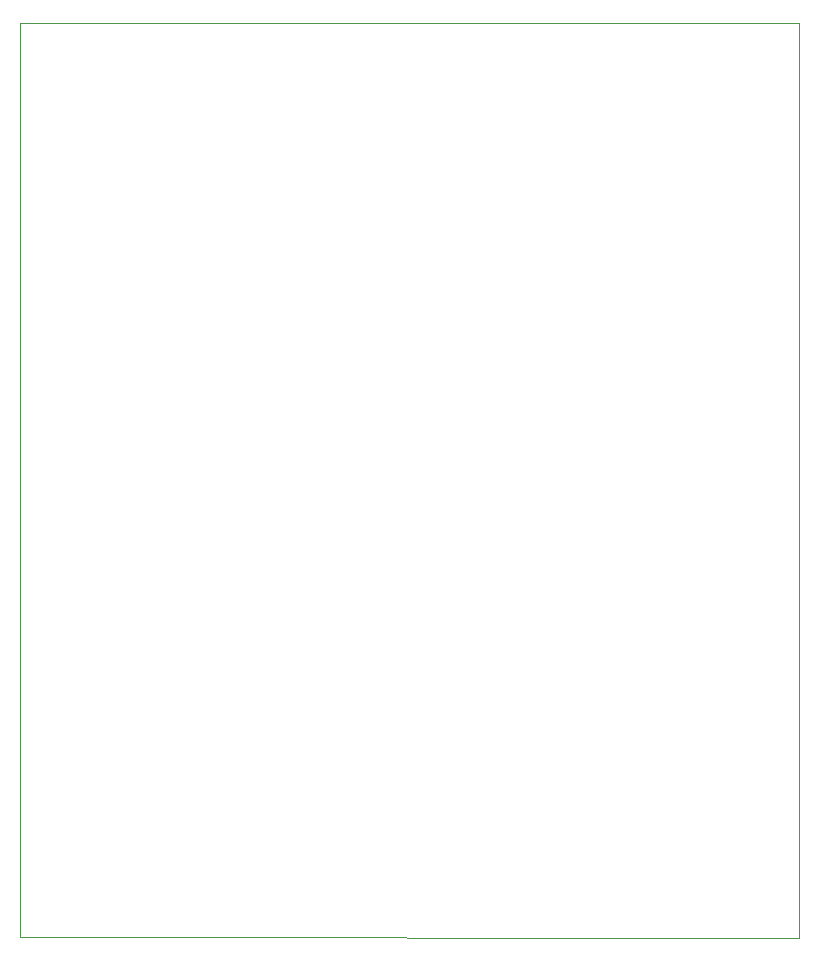
<source format=gbr>
G04 #@! TF.GenerationSoftware,KiCad,Pcbnew,(5.1.5-0)*
G04 #@! TF.CreationDate,2022-07-03T13:43:41+01:00*
G04 #@! TF.ProjectId,ESP32_Cnc_Shield,45535033-325f-4436-9e63-5f536869656c,rev?*
G04 #@! TF.SameCoordinates,Original*
G04 #@! TF.FileFunction,Profile,NP*
%FSLAX46Y46*%
G04 Gerber Fmt 4.6, Leading zero omitted, Abs format (unit mm)*
G04 Created by KiCad (PCBNEW (5.1.5-0)) date 2022-07-03 13:43:41*
%MOMM*%
%LPD*%
G04 APERTURE LIST*
%ADD10C,0.050000*%
G04 APERTURE END LIST*
D10*
X48260Y27940D02*
X66040000Y0D01*
X48260Y1297940D02*
X48260Y27940D01*
X48260Y77470000D02*
X48260Y1297940D01*
X66040000Y77470000D02*
X48260Y77470000D01*
X66040000Y0D02*
X66040000Y77470000D01*
M02*

</source>
